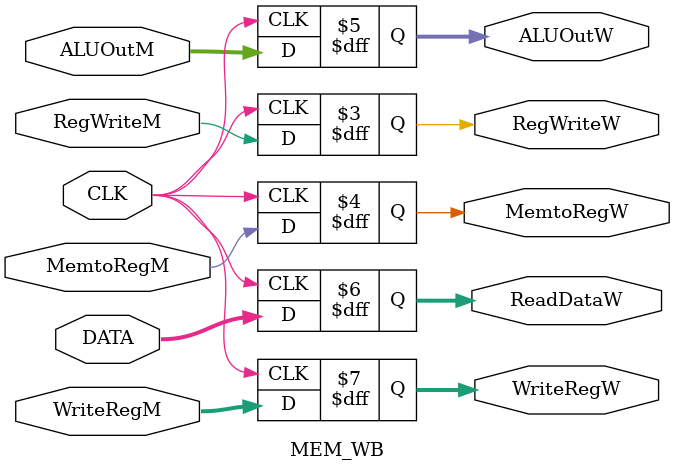
<source format=v>
`timescale 100fs/100fs

module MEM_WB(CLK, RegWriteM, MemtoRegM, RegWriteW, ALUOutM, DATA, WriteRegM, WriteRegW,ALUOutW,ReadDataW,MemtoRegW);

input CLK;
input [4:0] WriteRegM;
input [31:0] DATA;
input [31:0] ALUOutM;
input RegWriteM, MemtoRegM;
output reg RegWriteW,MemtoRegW;
output reg [31:0] ALUOutW,ReadDataW;
output reg[4:0] WriteRegW;

initial begin
  RegWriteW <= 0;
  ALUOutW<=0;
  ReadDataW<=0;
  WriteRegW <= 0;
  MemtoRegW <= 0;
end

always @(posedge CLK) begin
    RegWriteW <= RegWriteM;
    ALUOutW<=ALUOutM;
    ReadDataW<=DATA;
    WriteRegW <= WriteRegM;
    MemtoRegW <= MemtoRegM;
end

endmodule
</source>
